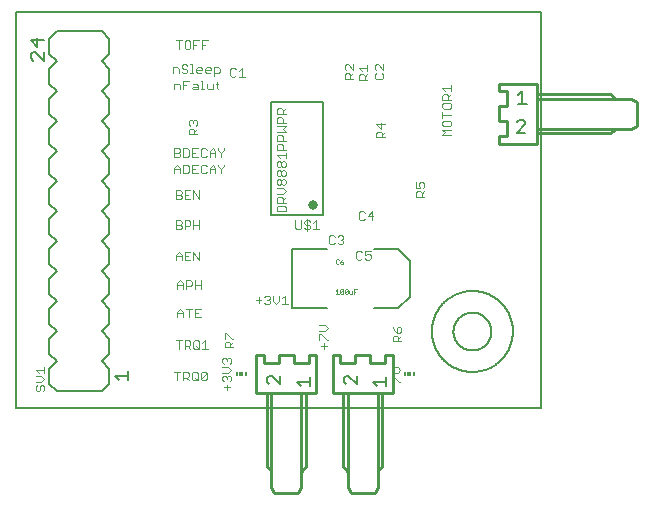
<source format=gto>
G75*
%MOIN*%
%OFA0B0*%
%FSLAX25Y25*%
%IPPOS*%
%LPD*%
%AMOC8*
5,1,8,0,0,1.08239X$1,22.5*
%
%ADD10C,0.00500*%
%ADD11C,0.00300*%
%ADD12C,0.03157*%
%ADD13C,0.00600*%
%ADD14C,0.01000*%
%ADD15C,0.00700*%
%ADD16C,0.00800*%
%ADD17C,0.00100*%
%ADD18R,0.00591X0.01181*%
%ADD19R,0.01181X0.01181*%
D10*
X0001250Y0030000D02*
X0001250Y0161850D01*
X0176100Y0161850D01*
X0176100Y0030000D01*
X0001250Y0030000D01*
X0033996Y0040751D02*
X0038500Y0040751D01*
X0038500Y0039250D02*
X0038500Y0042253D01*
X0035497Y0039250D02*
X0033996Y0040751D01*
X0010500Y0145750D02*
X0007497Y0148753D01*
X0006747Y0148753D01*
X0005996Y0148002D01*
X0005996Y0146501D01*
X0006747Y0145750D01*
X0010500Y0145750D02*
X0010500Y0148753D01*
X0008248Y0150354D02*
X0008248Y0153356D01*
X0005996Y0152606D02*
X0008248Y0150354D01*
X0010500Y0152606D02*
X0005996Y0152606D01*
D11*
X0053400Y0143585D02*
X0053400Y0141650D01*
X0055335Y0141650D02*
X0055335Y0143101D01*
X0054851Y0143585D01*
X0053400Y0143585D01*
X0056347Y0143585D02*
X0056830Y0143101D01*
X0057798Y0143101D01*
X0058281Y0142617D01*
X0058281Y0142134D01*
X0057798Y0141650D01*
X0056830Y0141650D01*
X0056347Y0142134D01*
X0056347Y0143585D02*
X0056347Y0144069D01*
X0056830Y0144552D01*
X0057798Y0144552D01*
X0058281Y0144069D01*
X0059293Y0144552D02*
X0059777Y0144552D01*
X0059777Y0141650D01*
X0059293Y0141650D02*
X0060261Y0141650D01*
X0061257Y0142134D02*
X0061257Y0143101D01*
X0061741Y0143585D01*
X0062709Y0143585D01*
X0063192Y0143101D01*
X0063192Y0142617D01*
X0061257Y0142617D01*
X0061257Y0142134D02*
X0061741Y0141650D01*
X0062709Y0141650D01*
X0064204Y0142134D02*
X0064204Y0143101D01*
X0064688Y0143585D01*
X0065655Y0143585D01*
X0066139Y0143101D01*
X0066139Y0142617D01*
X0064204Y0142617D01*
X0064204Y0142134D02*
X0064688Y0141650D01*
X0065655Y0141650D01*
X0067150Y0141650D02*
X0068602Y0141650D01*
X0069085Y0142134D01*
X0069085Y0143101D01*
X0068602Y0143585D01*
X0067150Y0143585D01*
X0067150Y0140683D01*
X0068134Y0138569D02*
X0068134Y0136634D01*
X0068618Y0136150D01*
X0068618Y0138085D02*
X0067650Y0138085D01*
X0066639Y0138085D02*
X0066639Y0136150D01*
X0065188Y0136150D01*
X0064704Y0136634D01*
X0064704Y0138085D01*
X0063223Y0139052D02*
X0062740Y0139052D01*
X0063223Y0139052D02*
X0063223Y0136150D01*
X0062740Y0136150D02*
X0063707Y0136150D01*
X0061728Y0136150D02*
X0061728Y0137601D01*
X0061244Y0138085D01*
X0060277Y0138085D01*
X0060277Y0137117D02*
X0061728Y0137117D01*
X0061728Y0136150D02*
X0060277Y0136150D01*
X0059793Y0136634D01*
X0060277Y0137117D01*
X0058781Y0139052D02*
X0056847Y0139052D01*
X0056847Y0136150D01*
X0055835Y0136150D02*
X0055835Y0137601D01*
X0055351Y0138085D01*
X0053900Y0138085D01*
X0053900Y0136150D01*
X0056847Y0137601D02*
X0057814Y0137601D01*
X0059181Y0126031D02*
X0059665Y0126031D01*
X0060149Y0125548D01*
X0060633Y0126031D01*
X0061116Y0126031D01*
X0061600Y0125548D01*
X0061600Y0124580D01*
X0061116Y0124097D01*
X0061600Y0123085D02*
X0060633Y0122117D01*
X0060633Y0122601D02*
X0060633Y0121150D01*
X0061600Y0121150D02*
X0058698Y0121150D01*
X0058698Y0122601D01*
X0059181Y0123085D01*
X0060149Y0123085D01*
X0060633Y0122601D01*
X0059181Y0124097D02*
X0058698Y0124580D01*
X0058698Y0125548D01*
X0059181Y0126031D01*
X0060149Y0125548D02*
X0060149Y0125064D01*
X0059793Y0116552D02*
X0059793Y0113650D01*
X0061728Y0113650D01*
X0062740Y0114134D02*
X0063223Y0113650D01*
X0064191Y0113650D01*
X0064675Y0114134D01*
X0065686Y0113650D02*
X0065686Y0115585D01*
X0066654Y0116552D01*
X0067621Y0115585D01*
X0067621Y0113650D01*
X0067621Y0115101D02*
X0065686Y0115101D01*
X0064675Y0116069D02*
X0064191Y0116552D01*
X0063223Y0116552D01*
X0062740Y0116069D01*
X0062740Y0114134D01*
X0060761Y0115101D02*
X0059793Y0115101D01*
X0058781Y0114134D02*
X0058298Y0113650D01*
X0056847Y0113650D01*
X0056847Y0116552D01*
X0058298Y0116552D01*
X0058781Y0116069D01*
X0058781Y0114134D01*
X0058298Y0111052D02*
X0056847Y0111052D01*
X0056847Y0108150D01*
X0058298Y0108150D01*
X0058781Y0108634D01*
X0058781Y0110569D01*
X0058298Y0111052D01*
X0059793Y0111052D02*
X0059793Y0108150D01*
X0061728Y0108150D01*
X0062740Y0108634D02*
X0063223Y0108150D01*
X0064191Y0108150D01*
X0064675Y0108634D01*
X0065686Y0108150D02*
X0065686Y0110085D01*
X0066654Y0111052D01*
X0067621Y0110085D01*
X0067621Y0108150D01*
X0067621Y0109601D02*
X0065686Y0109601D01*
X0064675Y0110569D02*
X0064191Y0111052D01*
X0063223Y0111052D01*
X0062740Y0110569D01*
X0062740Y0108634D01*
X0060761Y0109601D02*
X0059793Y0109601D01*
X0059793Y0111052D02*
X0061728Y0111052D01*
X0061728Y0116552D02*
X0059793Y0116552D01*
X0055835Y0116069D02*
X0055835Y0115585D01*
X0055351Y0115101D01*
X0053900Y0115101D01*
X0053900Y0113650D02*
X0055351Y0113650D01*
X0055835Y0114134D01*
X0055835Y0114617D01*
X0055351Y0115101D01*
X0055835Y0116069D02*
X0055351Y0116552D01*
X0053900Y0116552D01*
X0053900Y0113650D01*
X0054867Y0111052D02*
X0055835Y0110085D01*
X0055835Y0108150D01*
X0055835Y0109601D02*
X0053900Y0109601D01*
X0053900Y0110085D02*
X0054867Y0111052D01*
X0053900Y0110085D02*
X0053900Y0108150D01*
X0054400Y0102552D02*
X0055851Y0102552D01*
X0056335Y0102069D01*
X0056335Y0101585D01*
X0055851Y0101101D01*
X0054400Y0101101D01*
X0054400Y0099650D02*
X0055851Y0099650D01*
X0056335Y0100134D01*
X0056335Y0100617D01*
X0055851Y0101101D01*
X0057347Y0101101D02*
X0058314Y0101101D01*
X0057347Y0099650D02*
X0059281Y0099650D01*
X0060293Y0099650D02*
X0060293Y0102552D01*
X0062228Y0099650D01*
X0062228Y0102552D01*
X0059281Y0102552D02*
X0057347Y0102552D01*
X0057347Y0099650D01*
X0054400Y0099650D02*
X0054400Y0102552D01*
X0054400Y0092552D02*
X0055851Y0092552D01*
X0056335Y0092069D01*
X0056335Y0091585D01*
X0055851Y0091101D01*
X0054400Y0091101D01*
X0054400Y0089650D02*
X0055851Y0089650D01*
X0056335Y0090134D01*
X0056335Y0090617D01*
X0055851Y0091101D01*
X0057347Y0090617D02*
X0058798Y0090617D01*
X0059281Y0091101D01*
X0059281Y0092069D01*
X0058798Y0092552D01*
X0057347Y0092552D01*
X0057347Y0089650D01*
X0060293Y0089650D02*
X0060293Y0092552D01*
X0060293Y0091101D02*
X0062228Y0091101D01*
X0062228Y0092552D02*
X0062228Y0089650D01*
X0062228Y0082052D02*
X0062228Y0079150D01*
X0060293Y0082052D01*
X0060293Y0079150D01*
X0059281Y0079150D02*
X0057347Y0079150D01*
X0057347Y0082052D01*
X0059281Y0082052D01*
X0058314Y0080601D02*
X0057347Y0080601D01*
X0056335Y0080601D02*
X0054400Y0080601D01*
X0054400Y0081085D02*
X0055367Y0082052D01*
X0056335Y0081085D01*
X0056335Y0079150D01*
X0054400Y0079150D02*
X0054400Y0081085D01*
X0054400Y0089650D02*
X0054400Y0092552D01*
X0069600Y0108150D02*
X0069600Y0109601D01*
X0070568Y0110569D01*
X0070568Y0111052D01*
X0069600Y0109601D02*
X0068633Y0110569D01*
X0068633Y0111052D01*
X0069600Y0113650D02*
X0069600Y0115101D01*
X0070568Y0116069D01*
X0070568Y0116552D01*
X0069600Y0115101D02*
X0068633Y0116069D01*
X0068633Y0116552D01*
X0088141Y0116117D02*
X0088141Y0117569D01*
X0088625Y0118052D01*
X0089592Y0118052D01*
X0090076Y0117569D01*
X0090076Y0116117D01*
X0091043Y0116117D02*
X0088141Y0116117D01*
X0091043Y0115106D02*
X0091043Y0113171D01*
X0091043Y0114138D02*
X0088141Y0114138D01*
X0089108Y0113171D01*
X0089108Y0112159D02*
X0089592Y0111676D01*
X0089592Y0110708D01*
X0089108Y0110224D01*
X0088625Y0110224D01*
X0088141Y0110708D01*
X0088141Y0111676D01*
X0088625Y0112159D01*
X0089108Y0112159D01*
X0089592Y0111676D02*
X0090076Y0112159D01*
X0090560Y0112159D01*
X0091043Y0111676D01*
X0091043Y0110708D01*
X0090560Y0110224D01*
X0090076Y0110224D01*
X0089592Y0110708D01*
X0089108Y0109213D02*
X0089592Y0108729D01*
X0089592Y0107762D01*
X0089108Y0107278D01*
X0088625Y0107278D01*
X0088141Y0107762D01*
X0088141Y0108729D01*
X0088625Y0109213D01*
X0089108Y0109213D01*
X0089592Y0108729D02*
X0090076Y0109213D01*
X0090560Y0109213D01*
X0091043Y0108729D01*
X0091043Y0107762D01*
X0090560Y0107278D01*
X0090076Y0107278D01*
X0089592Y0107762D01*
X0089108Y0106266D02*
X0089592Y0105783D01*
X0089592Y0104815D01*
X0089108Y0104331D01*
X0088625Y0104331D01*
X0088141Y0104815D01*
X0088141Y0105783D01*
X0088625Y0106266D01*
X0089108Y0106266D01*
X0089592Y0105783D02*
X0090076Y0106266D01*
X0090560Y0106266D01*
X0091043Y0105783D01*
X0091043Y0104815D01*
X0090560Y0104331D01*
X0090076Y0104331D01*
X0089592Y0104815D01*
X0090076Y0103320D02*
X0088141Y0103320D01*
X0090076Y0103320D02*
X0091043Y0102352D01*
X0090076Y0101385D01*
X0088141Y0101385D01*
X0088625Y0100373D02*
X0089592Y0100373D01*
X0090076Y0099890D01*
X0090076Y0098438D01*
X0091043Y0098438D02*
X0088141Y0098438D01*
X0088141Y0099890D01*
X0088625Y0100373D01*
X0090076Y0099406D02*
X0091043Y0100373D01*
X0090560Y0097427D02*
X0088625Y0097427D01*
X0088141Y0096943D01*
X0088141Y0095492D01*
X0091043Y0095492D01*
X0091043Y0096943D01*
X0090560Y0097427D01*
X0094260Y0092496D02*
X0094260Y0090077D01*
X0094744Y0089593D01*
X0095712Y0089593D01*
X0096195Y0090077D01*
X0096195Y0092496D01*
X0097207Y0092012D02*
X0097691Y0092496D01*
X0098658Y0092496D01*
X0099142Y0092012D01*
X0098658Y0091045D02*
X0097691Y0091045D01*
X0097207Y0091528D01*
X0097207Y0092012D01*
X0098174Y0092980D02*
X0098174Y0089110D01*
X0097691Y0089593D02*
X0098658Y0089593D01*
X0099142Y0090077D01*
X0099142Y0090561D01*
X0098658Y0091045D01*
X0100153Y0091528D02*
X0101121Y0092496D01*
X0101121Y0089593D01*
X0102088Y0089593D02*
X0100153Y0089593D01*
X0097691Y0089593D02*
X0097207Y0090077D01*
X0105400Y0087069D02*
X0105400Y0085134D01*
X0105884Y0084650D01*
X0106851Y0084650D01*
X0107335Y0085134D01*
X0108347Y0085134D02*
X0108830Y0084650D01*
X0109798Y0084650D01*
X0110281Y0085134D01*
X0110281Y0085617D01*
X0109798Y0086101D01*
X0109314Y0086101D01*
X0109798Y0086101D02*
X0110281Y0086585D01*
X0110281Y0087069D01*
X0109798Y0087552D01*
X0108830Y0087552D01*
X0108347Y0087069D01*
X0107335Y0087069D02*
X0106851Y0087552D01*
X0105884Y0087552D01*
X0105400Y0087069D01*
X0114507Y0081869D02*
X0114507Y0079934D01*
X0114991Y0079450D01*
X0115958Y0079450D01*
X0116442Y0079934D01*
X0117453Y0079934D02*
X0117937Y0079450D01*
X0118905Y0079450D01*
X0119388Y0079934D01*
X0119388Y0080901D01*
X0118905Y0081385D01*
X0118421Y0081385D01*
X0117453Y0080901D01*
X0117453Y0082352D01*
X0119388Y0082352D01*
X0116442Y0081869D02*
X0115958Y0082352D01*
X0114991Y0082352D01*
X0114507Y0081869D01*
X0115884Y0092650D02*
X0116851Y0092650D01*
X0117335Y0093134D01*
X0118347Y0094101D02*
X0120281Y0094101D01*
X0119798Y0092650D02*
X0119798Y0095552D01*
X0118347Y0094101D01*
X0117335Y0095069D02*
X0116851Y0095552D01*
X0115884Y0095552D01*
X0115400Y0095069D01*
X0115400Y0093134D01*
X0115884Y0092650D01*
X0134398Y0100257D02*
X0134398Y0101708D01*
X0134881Y0102192D01*
X0135849Y0102192D01*
X0136333Y0101708D01*
X0136333Y0100257D01*
X0137300Y0100257D02*
X0134398Y0100257D01*
X0136333Y0101224D02*
X0137300Y0102192D01*
X0136816Y0103203D02*
X0137300Y0103687D01*
X0137300Y0104655D01*
X0136816Y0105138D01*
X0135849Y0105138D01*
X0135365Y0104655D01*
X0135365Y0104171D01*
X0135849Y0103203D01*
X0134398Y0103203D01*
X0134398Y0105138D01*
X0124100Y0120150D02*
X0121198Y0120150D01*
X0121198Y0121601D01*
X0121681Y0122085D01*
X0122649Y0122085D01*
X0123133Y0121601D01*
X0123133Y0120150D01*
X0123133Y0121117D02*
X0124100Y0122085D01*
X0122649Y0123097D02*
X0122649Y0125031D01*
X0124100Y0124548D02*
X0121198Y0124548D01*
X0122649Y0123097D01*
X0123116Y0139650D02*
X0121181Y0139650D01*
X0120698Y0140134D01*
X0120698Y0141101D01*
X0121181Y0141585D01*
X0121181Y0142597D02*
X0120698Y0143080D01*
X0120698Y0144048D01*
X0121181Y0144531D01*
X0121665Y0144531D01*
X0123600Y0142597D01*
X0123600Y0144531D01*
X0123116Y0141585D02*
X0123600Y0141101D01*
X0123600Y0140134D01*
X0123116Y0139650D01*
X0118300Y0139257D02*
X0115398Y0139257D01*
X0115398Y0140708D01*
X0115881Y0141192D01*
X0116849Y0141192D01*
X0117333Y0140708D01*
X0117333Y0139257D01*
X0117333Y0140224D02*
X0118300Y0141192D01*
X0118300Y0142203D02*
X0118300Y0144138D01*
X0118300Y0143171D02*
X0115398Y0143171D01*
X0116365Y0142203D01*
X0113600Y0142597D02*
X0113600Y0144531D01*
X0113600Y0142597D02*
X0111665Y0144531D01*
X0111181Y0144531D01*
X0110698Y0144048D01*
X0110698Y0143080D01*
X0111181Y0142597D01*
X0111181Y0141585D02*
X0110698Y0141101D01*
X0110698Y0139650D01*
X0113600Y0139650D01*
X0112633Y0139650D02*
X0112633Y0141101D01*
X0112149Y0141585D01*
X0111181Y0141585D01*
X0112633Y0140617D02*
X0113600Y0141585D01*
X0091043Y0129838D02*
X0090076Y0128871D01*
X0090076Y0129355D02*
X0090076Y0127903D01*
X0091043Y0127903D02*
X0088141Y0127903D01*
X0088141Y0129355D01*
X0088625Y0129838D01*
X0089592Y0129838D01*
X0090076Y0129355D01*
X0089592Y0126892D02*
X0090076Y0126408D01*
X0090076Y0124957D01*
X0091043Y0124957D02*
X0088141Y0124957D01*
X0088141Y0126408D01*
X0088625Y0126892D01*
X0089592Y0126892D01*
X0091043Y0123945D02*
X0088141Y0123945D01*
X0088141Y0122010D02*
X0091043Y0122010D01*
X0090076Y0122978D01*
X0091043Y0123945D01*
X0089592Y0120999D02*
X0090076Y0120515D01*
X0090076Y0119064D01*
X0091043Y0119064D02*
X0088141Y0119064D01*
X0088141Y0120515D01*
X0088625Y0120999D01*
X0089592Y0120999D01*
X0077388Y0140450D02*
X0075453Y0140450D01*
X0076421Y0140450D02*
X0076421Y0143352D01*
X0075453Y0142385D01*
X0074442Y0142869D02*
X0073958Y0143352D01*
X0072991Y0143352D01*
X0072507Y0142869D01*
X0072507Y0140934D01*
X0072991Y0140450D01*
X0073958Y0140450D01*
X0074442Y0140934D01*
X0063240Y0149650D02*
X0063240Y0152552D01*
X0065175Y0152552D01*
X0064207Y0151101D02*
X0063240Y0151101D01*
X0062228Y0152552D02*
X0060293Y0152552D01*
X0060293Y0149650D01*
X0059281Y0150134D02*
X0058798Y0149650D01*
X0057830Y0149650D01*
X0057347Y0150134D01*
X0057347Y0152069D01*
X0057830Y0152552D01*
X0058798Y0152552D01*
X0059281Y0152069D01*
X0059281Y0150134D01*
X0060293Y0151101D02*
X0061261Y0151101D01*
X0056335Y0152552D02*
X0054400Y0152552D01*
X0055367Y0152552D02*
X0055367Y0149650D01*
X0143292Y0136565D02*
X0146194Y0136565D01*
X0146194Y0135598D02*
X0146194Y0137533D01*
X0144259Y0135598D02*
X0143292Y0136565D01*
X0143775Y0134586D02*
X0144743Y0134586D01*
X0145227Y0134102D01*
X0145227Y0132651D01*
X0146194Y0132651D02*
X0143292Y0132651D01*
X0143292Y0134102D01*
X0143775Y0134586D01*
X0145227Y0133619D02*
X0146194Y0134586D01*
X0145710Y0131640D02*
X0143775Y0131640D01*
X0143292Y0131156D01*
X0143292Y0130188D01*
X0143775Y0129705D01*
X0145710Y0129705D01*
X0146194Y0130188D01*
X0146194Y0131156D01*
X0145710Y0131640D01*
X0143292Y0128693D02*
X0143292Y0126758D01*
X0143292Y0127726D02*
X0146194Y0127726D01*
X0145710Y0125746D02*
X0143775Y0125746D01*
X0143292Y0125263D01*
X0143292Y0124295D01*
X0143775Y0123812D01*
X0145710Y0123812D01*
X0146194Y0124295D01*
X0146194Y0125263D01*
X0145710Y0125746D01*
X0146194Y0122800D02*
X0143292Y0122800D01*
X0144259Y0121832D01*
X0143292Y0120865D01*
X0146194Y0120865D01*
X0090813Y0067447D02*
X0090813Y0064544D01*
X0091780Y0064544D02*
X0089845Y0064544D01*
X0088834Y0065512D02*
X0088834Y0067447D01*
X0089845Y0066479D02*
X0090813Y0067447D01*
X0088834Y0065512D02*
X0087866Y0064544D01*
X0086899Y0065512D01*
X0086899Y0067447D01*
X0085887Y0066963D02*
X0085887Y0066479D01*
X0085404Y0065995D01*
X0085887Y0065512D01*
X0085887Y0065028D01*
X0085404Y0064544D01*
X0084436Y0064544D01*
X0083952Y0065028D01*
X0084920Y0065995D02*
X0085404Y0065995D01*
X0085887Y0066963D02*
X0085404Y0067447D01*
X0084436Y0067447D01*
X0083952Y0066963D01*
X0082941Y0065995D02*
X0081006Y0065995D01*
X0081973Y0065028D02*
X0081973Y0066963D01*
X0071181Y0055031D02*
X0073116Y0053097D01*
X0073600Y0053097D01*
X0073600Y0052085D02*
X0072633Y0051117D01*
X0072633Y0051601D02*
X0072633Y0050150D01*
X0073600Y0050150D02*
X0070698Y0050150D01*
X0070698Y0051601D01*
X0071181Y0052085D01*
X0072149Y0052085D01*
X0072633Y0051601D01*
X0070698Y0053097D02*
X0070698Y0055031D01*
X0071181Y0055031D01*
X0064207Y0052552D02*
X0064207Y0049650D01*
X0063240Y0049650D02*
X0065175Y0049650D01*
X0063240Y0051585D02*
X0064207Y0052552D01*
X0062228Y0052069D02*
X0062228Y0050134D01*
X0061744Y0049650D01*
X0060777Y0049650D01*
X0060293Y0050134D01*
X0060293Y0052069D01*
X0060777Y0052552D01*
X0061744Y0052552D01*
X0062228Y0052069D01*
X0061261Y0050617D02*
X0062228Y0049650D01*
X0059281Y0049650D02*
X0058314Y0050617D01*
X0058798Y0050617D02*
X0057347Y0050617D01*
X0057347Y0049650D02*
X0057347Y0052552D01*
X0058798Y0052552D01*
X0059281Y0052069D01*
X0059281Y0051101D01*
X0058798Y0050617D01*
X0056335Y0052552D02*
X0054400Y0052552D01*
X0055367Y0052552D02*
X0055367Y0049650D01*
X0055835Y0042052D02*
X0053900Y0042052D01*
X0054867Y0042052D02*
X0054867Y0039150D01*
X0056847Y0039150D02*
X0056847Y0042052D01*
X0058298Y0042052D01*
X0058781Y0041569D01*
X0058781Y0040601D01*
X0058298Y0040117D01*
X0056847Y0040117D01*
X0057814Y0040117D02*
X0058781Y0039150D01*
X0059793Y0039634D02*
X0060277Y0039150D01*
X0061244Y0039150D01*
X0061728Y0039634D01*
X0061728Y0041569D01*
X0061244Y0042052D01*
X0060277Y0042052D01*
X0059793Y0041569D01*
X0059793Y0039634D01*
X0060761Y0040117D02*
X0061728Y0039150D01*
X0062740Y0039634D02*
X0064675Y0041569D01*
X0064675Y0039634D01*
X0064191Y0039150D01*
X0063223Y0039150D01*
X0062740Y0039634D01*
X0062740Y0041569D01*
X0063223Y0042052D01*
X0064191Y0042052D01*
X0064675Y0041569D01*
X0069898Y0041757D02*
X0071833Y0041757D01*
X0072800Y0042724D01*
X0071833Y0043692D01*
X0069898Y0043692D01*
X0070381Y0044703D02*
X0069898Y0045187D01*
X0069898Y0046155D01*
X0070381Y0046638D01*
X0070865Y0046638D01*
X0071349Y0046155D01*
X0071833Y0046638D01*
X0072316Y0046638D01*
X0072800Y0046155D01*
X0072800Y0045187D01*
X0072316Y0044703D01*
X0071349Y0045671D02*
X0071349Y0046155D01*
X0071833Y0040745D02*
X0072316Y0040745D01*
X0072800Y0040262D01*
X0072800Y0039294D01*
X0072316Y0038810D01*
X0071349Y0039778D02*
X0071349Y0040262D01*
X0071833Y0040745D01*
X0071349Y0040262D02*
X0070865Y0040745D01*
X0070381Y0040745D01*
X0069898Y0040262D01*
X0069898Y0039294D01*
X0070381Y0038810D01*
X0071349Y0037799D02*
X0071349Y0035864D01*
X0072316Y0036831D02*
X0070381Y0036831D01*
X0062728Y0060150D02*
X0060793Y0060150D01*
X0060793Y0063052D01*
X0062728Y0063052D01*
X0061761Y0061601D02*
X0060793Y0061601D01*
X0059781Y0063052D02*
X0057847Y0063052D01*
X0058814Y0063052D02*
X0058814Y0060150D01*
X0056835Y0060150D02*
X0056835Y0062085D01*
X0055867Y0063052D01*
X0054900Y0062085D01*
X0054900Y0060150D01*
X0054900Y0061601D02*
X0056835Y0061601D01*
X0056835Y0069650D02*
X0056835Y0071585D01*
X0055867Y0072552D01*
X0054900Y0071585D01*
X0054900Y0069650D01*
X0054900Y0071101D02*
X0056835Y0071101D01*
X0057847Y0070617D02*
X0059298Y0070617D01*
X0059781Y0071101D01*
X0059781Y0072069D01*
X0059298Y0072552D01*
X0057847Y0072552D01*
X0057847Y0069650D01*
X0060793Y0069650D02*
X0060793Y0072552D01*
X0060793Y0071101D02*
X0062728Y0071101D01*
X0062728Y0072552D02*
X0062728Y0069650D01*
X0102292Y0057533D02*
X0104227Y0057533D01*
X0105194Y0056565D01*
X0104227Y0055598D01*
X0102292Y0055598D01*
X0102292Y0054586D02*
X0102775Y0054586D01*
X0104710Y0052651D01*
X0105194Y0052651D01*
X0103743Y0051640D02*
X0103743Y0049705D01*
X0104710Y0050672D02*
X0102775Y0050672D01*
X0102292Y0052651D02*
X0102292Y0054586D01*
X0126698Y0053601D02*
X0126698Y0052150D01*
X0129600Y0052150D01*
X0128633Y0052150D02*
X0128633Y0053601D01*
X0128149Y0054085D01*
X0127181Y0054085D01*
X0126698Y0053601D01*
X0128633Y0053117D02*
X0129600Y0054085D01*
X0129116Y0055097D02*
X0129600Y0055580D01*
X0129600Y0056548D01*
X0129116Y0057031D01*
X0128633Y0057031D01*
X0128149Y0056548D01*
X0128149Y0055097D01*
X0129116Y0055097D01*
X0128149Y0055097D02*
X0127181Y0056064D01*
X0126698Y0057031D01*
X0126398Y0043638D02*
X0128333Y0043638D01*
X0129300Y0042671D01*
X0128333Y0041703D01*
X0126398Y0041703D01*
X0126398Y0040692D02*
X0126881Y0040692D01*
X0128816Y0038757D01*
X0129300Y0038757D01*
X0126398Y0038757D02*
X0126398Y0040692D01*
X0010600Y0041543D02*
X0010600Y0043478D01*
X0010600Y0042511D02*
X0007698Y0042511D01*
X0008665Y0041543D01*
X0007698Y0040531D02*
X0009633Y0040531D01*
X0010600Y0039564D01*
X0009633Y0038597D01*
X0007698Y0038597D01*
X0008181Y0037585D02*
X0007698Y0037101D01*
X0007698Y0036134D01*
X0008181Y0035650D01*
X0008665Y0035650D01*
X0009149Y0036134D01*
X0009149Y0037101D01*
X0009633Y0037585D01*
X0010116Y0037585D01*
X0010600Y0037101D01*
X0010600Y0036134D01*
X0010116Y0035650D01*
D12*
X0100042Y0097545D03*
D13*
X0103344Y0094143D02*
X0086156Y0094143D01*
X0086156Y0131857D01*
X0103344Y0131857D01*
X0103344Y0094143D01*
X0139750Y0055500D02*
X0139754Y0055831D01*
X0139766Y0056162D01*
X0139787Y0056493D01*
X0139815Y0056823D01*
X0139852Y0057153D01*
X0139896Y0057481D01*
X0139949Y0057808D01*
X0140009Y0058134D01*
X0140078Y0058458D01*
X0140155Y0058780D01*
X0140239Y0059101D01*
X0140331Y0059419D01*
X0140431Y0059735D01*
X0140539Y0060048D01*
X0140655Y0060359D01*
X0140778Y0060666D01*
X0140908Y0060971D01*
X0141046Y0061272D01*
X0141191Y0061570D01*
X0141344Y0061864D01*
X0141504Y0062154D01*
X0141671Y0062440D01*
X0141844Y0062722D01*
X0142025Y0063000D01*
X0142213Y0063273D01*
X0142407Y0063542D01*
X0142607Y0063806D01*
X0142814Y0064064D01*
X0143028Y0064318D01*
X0143247Y0064566D01*
X0143473Y0064809D01*
X0143704Y0065046D01*
X0143941Y0065277D01*
X0144184Y0065503D01*
X0144432Y0065722D01*
X0144686Y0065936D01*
X0144944Y0066143D01*
X0145208Y0066343D01*
X0145477Y0066537D01*
X0145750Y0066725D01*
X0146028Y0066906D01*
X0146310Y0067079D01*
X0146596Y0067246D01*
X0146886Y0067406D01*
X0147180Y0067559D01*
X0147478Y0067704D01*
X0147779Y0067842D01*
X0148084Y0067972D01*
X0148391Y0068095D01*
X0148702Y0068211D01*
X0149015Y0068319D01*
X0149331Y0068419D01*
X0149649Y0068511D01*
X0149970Y0068595D01*
X0150292Y0068672D01*
X0150616Y0068741D01*
X0150942Y0068801D01*
X0151269Y0068854D01*
X0151597Y0068898D01*
X0151927Y0068935D01*
X0152257Y0068963D01*
X0152588Y0068984D01*
X0152919Y0068996D01*
X0153250Y0069000D01*
X0153581Y0068996D01*
X0153912Y0068984D01*
X0154243Y0068963D01*
X0154573Y0068935D01*
X0154903Y0068898D01*
X0155231Y0068854D01*
X0155558Y0068801D01*
X0155884Y0068741D01*
X0156208Y0068672D01*
X0156530Y0068595D01*
X0156851Y0068511D01*
X0157169Y0068419D01*
X0157485Y0068319D01*
X0157798Y0068211D01*
X0158109Y0068095D01*
X0158416Y0067972D01*
X0158721Y0067842D01*
X0159022Y0067704D01*
X0159320Y0067559D01*
X0159614Y0067406D01*
X0159904Y0067246D01*
X0160190Y0067079D01*
X0160472Y0066906D01*
X0160750Y0066725D01*
X0161023Y0066537D01*
X0161292Y0066343D01*
X0161556Y0066143D01*
X0161814Y0065936D01*
X0162068Y0065722D01*
X0162316Y0065503D01*
X0162559Y0065277D01*
X0162796Y0065046D01*
X0163027Y0064809D01*
X0163253Y0064566D01*
X0163472Y0064318D01*
X0163686Y0064064D01*
X0163893Y0063806D01*
X0164093Y0063542D01*
X0164287Y0063273D01*
X0164475Y0063000D01*
X0164656Y0062722D01*
X0164829Y0062440D01*
X0164996Y0062154D01*
X0165156Y0061864D01*
X0165309Y0061570D01*
X0165454Y0061272D01*
X0165592Y0060971D01*
X0165722Y0060666D01*
X0165845Y0060359D01*
X0165961Y0060048D01*
X0166069Y0059735D01*
X0166169Y0059419D01*
X0166261Y0059101D01*
X0166345Y0058780D01*
X0166422Y0058458D01*
X0166491Y0058134D01*
X0166551Y0057808D01*
X0166604Y0057481D01*
X0166648Y0057153D01*
X0166685Y0056823D01*
X0166713Y0056493D01*
X0166734Y0056162D01*
X0166746Y0055831D01*
X0166750Y0055500D01*
X0166746Y0055169D01*
X0166734Y0054838D01*
X0166713Y0054507D01*
X0166685Y0054177D01*
X0166648Y0053847D01*
X0166604Y0053519D01*
X0166551Y0053192D01*
X0166491Y0052866D01*
X0166422Y0052542D01*
X0166345Y0052220D01*
X0166261Y0051899D01*
X0166169Y0051581D01*
X0166069Y0051265D01*
X0165961Y0050952D01*
X0165845Y0050641D01*
X0165722Y0050334D01*
X0165592Y0050029D01*
X0165454Y0049728D01*
X0165309Y0049430D01*
X0165156Y0049136D01*
X0164996Y0048846D01*
X0164829Y0048560D01*
X0164656Y0048278D01*
X0164475Y0048000D01*
X0164287Y0047727D01*
X0164093Y0047458D01*
X0163893Y0047194D01*
X0163686Y0046936D01*
X0163472Y0046682D01*
X0163253Y0046434D01*
X0163027Y0046191D01*
X0162796Y0045954D01*
X0162559Y0045723D01*
X0162316Y0045497D01*
X0162068Y0045278D01*
X0161814Y0045064D01*
X0161556Y0044857D01*
X0161292Y0044657D01*
X0161023Y0044463D01*
X0160750Y0044275D01*
X0160472Y0044094D01*
X0160190Y0043921D01*
X0159904Y0043754D01*
X0159614Y0043594D01*
X0159320Y0043441D01*
X0159022Y0043296D01*
X0158721Y0043158D01*
X0158416Y0043028D01*
X0158109Y0042905D01*
X0157798Y0042789D01*
X0157485Y0042681D01*
X0157169Y0042581D01*
X0156851Y0042489D01*
X0156530Y0042405D01*
X0156208Y0042328D01*
X0155884Y0042259D01*
X0155558Y0042199D01*
X0155231Y0042146D01*
X0154903Y0042102D01*
X0154573Y0042065D01*
X0154243Y0042037D01*
X0153912Y0042016D01*
X0153581Y0042004D01*
X0153250Y0042000D01*
X0152919Y0042004D01*
X0152588Y0042016D01*
X0152257Y0042037D01*
X0151927Y0042065D01*
X0151597Y0042102D01*
X0151269Y0042146D01*
X0150942Y0042199D01*
X0150616Y0042259D01*
X0150292Y0042328D01*
X0149970Y0042405D01*
X0149649Y0042489D01*
X0149331Y0042581D01*
X0149015Y0042681D01*
X0148702Y0042789D01*
X0148391Y0042905D01*
X0148084Y0043028D01*
X0147779Y0043158D01*
X0147478Y0043296D01*
X0147180Y0043441D01*
X0146886Y0043594D01*
X0146596Y0043754D01*
X0146310Y0043921D01*
X0146028Y0044094D01*
X0145750Y0044275D01*
X0145477Y0044463D01*
X0145208Y0044657D01*
X0144944Y0044857D01*
X0144686Y0045064D01*
X0144432Y0045278D01*
X0144184Y0045497D01*
X0143941Y0045723D01*
X0143704Y0045954D01*
X0143473Y0046191D01*
X0143247Y0046434D01*
X0143028Y0046682D01*
X0142814Y0046936D01*
X0142607Y0047194D01*
X0142407Y0047458D01*
X0142213Y0047727D01*
X0142025Y0048000D01*
X0141844Y0048278D01*
X0141671Y0048560D01*
X0141504Y0048846D01*
X0141344Y0049136D01*
X0141191Y0049430D01*
X0141046Y0049728D01*
X0140908Y0050029D01*
X0140778Y0050334D01*
X0140655Y0050641D01*
X0140539Y0050952D01*
X0140431Y0051265D01*
X0140331Y0051581D01*
X0140239Y0051899D01*
X0140155Y0052220D01*
X0140078Y0052542D01*
X0140009Y0052866D01*
X0139949Y0053192D01*
X0139896Y0053519D01*
X0139852Y0053847D01*
X0139815Y0054177D01*
X0139787Y0054507D01*
X0139766Y0054838D01*
X0139754Y0055169D01*
X0139750Y0055500D01*
X0032250Y0053000D02*
X0032250Y0048000D01*
X0029750Y0045500D01*
X0032250Y0043000D01*
X0032250Y0038000D01*
X0029750Y0035500D01*
X0014750Y0035500D01*
X0012250Y0038000D01*
X0012250Y0043000D01*
X0014750Y0045500D01*
X0012250Y0048000D01*
X0012250Y0053000D01*
X0014750Y0055500D01*
X0012250Y0058000D01*
X0012250Y0063000D01*
X0014750Y0065500D01*
X0012250Y0068000D01*
X0012250Y0073000D01*
X0014750Y0075500D01*
X0012250Y0078000D01*
X0012250Y0083000D01*
X0014750Y0085500D01*
X0012250Y0088000D01*
X0012250Y0093000D01*
X0014750Y0095500D01*
X0012250Y0098000D01*
X0012250Y0103000D01*
X0014750Y0105500D01*
X0012250Y0108000D01*
X0012250Y0113000D01*
X0014750Y0115500D01*
X0012250Y0118000D01*
X0012250Y0123000D01*
X0014750Y0125500D01*
X0012250Y0128000D01*
X0012250Y0133000D01*
X0014750Y0135500D01*
X0012250Y0138000D01*
X0012250Y0143000D01*
X0014750Y0145500D01*
X0012250Y0148000D01*
X0012250Y0153000D01*
X0014750Y0155500D01*
X0029750Y0155500D01*
X0032250Y0153000D01*
X0032250Y0148000D01*
X0029750Y0145500D01*
X0032250Y0143000D01*
X0032250Y0138000D01*
X0029750Y0135500D01*
X0032250Y0133000D01*
X0032250Y0128000D01*
X0029750Y0125500D01*
X0032250Y0123000D01*
X0032250Y0118000D01*
X0029750Y0115500D01*
X0032250Y0113000D01*
X0032250Y0108000D01*
X0029750Y0105500D01*
X0032250Y0103000D01*
X0032250Y0098000D01*
X0029750Y0095500D01*
X0032250Y0093000D01*
X0032250Y0088000D01*
X0029750Y0085500D01*
X0032250Y0083000D01*
X0032250Y0078000D01*
X0029750Y0075500D01*
X0032250Y0073000D01*
X0032250Y0068000D01*
X0029750Y0065500D01*
X0032250Y0063000D01*
X0032250Y0058000D01*
X0029750Y0055500D01*
X0032250Y0053000D01*
D14*
X0081250Y0047500D02*
X0081250Y0035000D01*
X0084750Y0035000D01*
X0084750Y0010500D01*
X0086050Y0009100D01*
X0086250Y0003500D02*
X0087250Y0001500D01*
X0095250Y0001500D01*
X0096250Y0003500D01*
X0096250Y0035000D01*
X0097750Y0035000D01*
X0097750Y0010500D01*
X0096450Y0009100D01*
X0086250Y0003500D02*
X0086250Y0035000D01*
X0096250Y0035000D01*
X0097750Y0035000D02*
X0101250Y0035000D01*
X0101250Y0047500D01*
X0098750Y0047500D01*
X0098750Y0045000D01*
X0093750Y0045000D01*
X0093750Y0047500D01*
X0088750Y0047500D01*
X0088750Y0045000D01*
X0083750Y0045000D01*
X0083750Y0047500D01*
X0081250Y0047500D01*
X0084750Y0035000D02*
X0086250Y0035000D01*
X0106750Y0035000D02*
X0110250Y0035000D01*
X0110250Y0010500D01*
X0111550Y0009100D01*
X0111750Y0003500D02*
X0112750Y0001500D01*
X0120750Y0001500D01*
X0121750Y0003500D01*
X0121750Y0035000D01*
X0123250Y0035000D01*
X0123250Y0010500D01*
X0121950Y0009100D01*
X0111750Y0003500D02*
X0111750Y0035000D01*
X0121750Y0035000D01*
X0123250Y0035000D02*
X0126750Y0035000D01*
X0126750Y0047500D01*
X0124250Y0047500D01*
X0124250Y0045000D01*
X0119250Y0045000D01*
X0119250Y0047500D01*
X0114250Y0047500D01*
X0114250Y0045000D01*
X0109250Y0045000D01*
X0109250Y0047500D01*
X0106750Y0047500D01*
X0106750Y0035000D01*
X0110250Y0035000D02*
X0111750Y0035000D01*
X0162250Y0118000D02*
X0174750Y0118000D01*
X0174750Y0121500D01*
X0199250Y0121500D01*
X0200650Y0122800D01*
X0206250Y0123000D02*
X0208250Y0124000D01*
X0208250Y0132000D01*
X0206250Y0133000D01*
X0174750Y0133000D01*
X0174750Y0134500D01*
X0199250Y0134500D01*
X0200650Y0133200D01*
X0206250Y0123000D02*
X0174750Y0123000D01*
X0174750Y0133000D01*
X0174750Y0134500D02*
X0174750Y0138000D01*
X0162250Y0138000D01*
X0162250Y0135500D01*
X0164750Y0135500D01*
X0164750Y0130500D01*
X0162250Y0130500D01*
X0162250Y0125500D01*
X0164750Y0125500D01*
X0164750Y0120500D01*
X0162250Y0120500D01*
X0162250Y0118000D01*
X0174750Y0121500D02*
X0174750Y0123000D01*
D15*
X0170863Y0121644D02*
X0167994Y0121644D01*
X0170863Y0124513D01*
X0170863Y0125230D01*
X0170146Y0125948D01*
X0168711Y0125948D01*
X0167994Y0125230D01*
X0168494Y0131444D02*
X0171363Y0131444D01*
X0169929Y0131444D02*
X0169929Y0135748D01*
X0168494Y0134313D01*
X0124494Y0040221D02*
X0124494Y0037352D01*
X0124494Y0038787D02*
X0120190Y0038787D01*
X0121625Y0037352D01*
X0114694Y0037852D02*
X0111825Y0040721D01*
X0111108Y0040721D01*
X0110390Y0040004D01*
X0110390Y0038569D01*
X0111108Y0037852D01*
X0114694Y0037852D02*
X0114694Y0040721D01*
X0098994Y0040221D02*
X0098994Y0037352D01*
X0098994Y0038787D02*
X0094690Y0038787D01*
X0096125Y0037352D01*
X0089194Y0037852D02*
X0086325Y0040721D01*
X0085608Y0040721D01*
X0084890Y0040004D01*
X0084890Y0038569D01*
X0085608Y0037852D01*
X0089194Y0037852D02*
X0089194Y0040721D01*
D16*
X0093065Y0063157D02*
X0104876Y0063157D01*
X0093065Y0063157D02*
X0093065Y0082843D01*
X0104876Y0082843D01*
X0120624Y0082843D02*
X0128498Y0082843D01*
X0132435Y0078906D01*
X0132435Y0067094D01*
X0128498Y0063157D01*
X0120624Y0063157D01*
X0146951Y0055500D02*
X0146953Y0055658D01*
X0146959Y0055816D01*
X0146969Y0055974D01*
X0146983Y0056132D01*
X0147001Y0056289D01*
X0147022Y0056446D01*
X0147048Y0056602D01*
X0147078Y0056758D01*
X0147111Y0056913D01*
X0147149Y0057066D01*
X0147190Y0057219D01*
X0147235Y0057371D01*
X0147284Y0057522D01*
X0147337Y0057671D01*
X0147393Y0057819D01*
X0147453Y0057965D01*
X0147517Y0058110D01*
X0147585Y0058253D01*
X0147656Y0058395D01*
X0147730Y0058535D01*
X0147808Y0058672D01*
X0147890Y0058808D01*
X0147974Y0058942D01*
X0148063Y0059073D01*
X0148154Y0059202D01*
X0148249Y0059329D01*
X0148346Y0059454D01*
X0148447Y0059576D01*
X0148551Y0059695D01*
X0148658Y0059812D01*
X0148768Y0059926D01*
X0148881Y0060037D01*
X0148996Y0060146D01*
X0149114Y0060251D01*
X0149235Y0060353D01*
X0149358Y0060453D01*
X0149484Y0060549D01*
X0149612Y0060642D01*
X0149742Y0060732D01*
X0149875Y0060818D01*
X0150010Y0060902D01*
X0150146Y0060981D01*
X0150285Y0061058D01*
X0150426Y0061130D01*
X0150568Y0061200D01*
X0150712Y0061265D01*
X0150858Y0061327D01*
X0151005Y0061385D01*
X0151154Y0061440D01*
X0151304Y0061491D01*
X0151455Y0061538D01*
X0151607Y0061581D01*
X0151760Y0061620D01*
X0151915Y0061656D01*
X0152070Y0061687D01*
X0152226Y0061715D01*
X0152382Y0061739D01*
X0152539Y0061759D01*
X0152697Y0061775D01*
X0152854Y0061787D01*
X0153013Y0061795D01*
X0153171Y0061799D01*
X0153329Y0061799D01*
X0153487Y0061795D01*
X0153646Y0061787D01*
X0153803Y0061775D01*
X0153961Y0061759D01*
X0154118Y0061739D01*
X0154274Y0061715D01*
X0154430Y0061687D01*
X0154585Y0061656D01*
X0154740Y0061620D01*
X0154893Y0061581D01*
X0155045Y0061538D01*
X0155196Y0061491D01*
X0155346Y0061440D01*
X0155495Y0061385D01*
X0155642Y0061327D01*
X0155788Y0061265D01*
X0155932Y0061200D01*
X0156074Y0061130D01*
X0156215Y0061058D01*
X0156354Y0060981D01*
X0156490Y0060902D01*
X0156625Y0060818D01*
X0156758Y0060732D01*
X0156888Y0060642D01*
X0157016Y0060549D01*
X0157142Y0060453D01*
X0157265Y0060353D01*
X0157386Y0060251D01*
X0157504Y0060146D01*
X0157619Y0060037D01*
X0157732Y0059926D01*
X0157842Y0059812D01*
X0157949Y0059695D01*
X0158053Y0059576D01*
X0158154Y0059454D01*
X0158251Y0059329D01*
X0158346Y0059202D01*
X0158437Y0059073D01*
X0158526Y0058942D01*
X0158610Y0058808D01*
X0158692Y0058672D01*
X0158770Y0058535D01*
X0158844Y0058395D01*
X0158915Y0058253D01*
X0158983Y0058110D01*
X0159047Y0057965D01*
X0159107Y0057819D01*
X0159163Y0057671D01*
X0159216Y0057522D01*
X0159265Y0057371D01*
X0159310Y0057219D01*
X0159351Y0057066D01*
X0159389Y0056913D01*
X0159422Y0056758D01*
X0159452Y0056602D01*
X0159478Y0056446D01*
X0159499Y0056289D01*
X0159517Y0056132D01*
X0159531Y0055974D01*
X0159541Y0055816D01*
X0159547Y0055658D01*
X0159549Y0055500D01*
X0159547Y0055342D01*
X0159541Y0055184D01*
X0159531Y0055026D01*
X0159517Y0054868D01*
X0159499Y0054711D01*
X0159478Y0054554D01*
X0159452Y0054398D01*
X0159422Y0054242D01*
X0159389Y0054087D01*
X0159351Y0053934D01*
X0159310Y0053781D01*
X0159265Y0053629D01*
X0159216Y0053478D01*
X0159163Y0053329D01*
X0159107Y0053181D01*
X0159047Y0053035D01*
X0158983Y0052890D01*
X0158915Y0052747D01*
X0158844Y0052605D01*
X0158770Y0052465D01*
X0158692Y0052328D01*
X0158610Y0052192D01*
X0158526Y0052058D01*
X0158437Y0051927D01*
X0158346Y0051798D01*
X0158251Y0051671D01*
X0158154Y0051546D01*
X0158053Y0051424D01*
X0157949Y0051305D01*
X0157842Y0051188D01*
X0157732Y0051074D01*
X0157619Y0050963D01*
X0157504Y0050854D01*
X0157386Y0050749D01*
X0157265Y0050647D01*
X0157142Y0050547D01*
X0157016Y0050451D01*
X0156888Y0050358D01*
X0156758Y0050268D01*
X0156625Y0050182D01*
X0156490Y0050098D01*
X0156354Y0050019D01*
X0156215Y0049942D01*
X0156074Y0049870D01*
X0155932Y0049800D01*
X0155788Y0049735D01*
X0155642Y0049673D01*
X0155495Y0049615D01*
X0155346Y0049560D01*
X0155196Y0049509D01*
X0155045Y0049462D01*
X0154893Y0049419D01*
X0154740Y0049380D01*
X0154585Y0049344D01*
X0154430Y0049313D01*
X0154274Y0049285D01*
X0154118Y0049261D01*
X0153961Y0049241D01*
X0153803Y0049225D01*
X0153646Y0049213D01*
X0153487Y0049205D01*
X0153329Y0049201D01*
X0153171Y0049201D01*
X0153013Y0049205D01*
X0152854Y0049213D01*
X0152697Y0049225D01*
X0152539Y0049241D01*
X0152382Y0049261D01*
X0152226Y0049285D01*
X0152070Y0049313D01*
X0151915Y0049344D01*
X0151760Y0049380D01*
X0151607Y0049419D01*
X0151455Y0049462D01*
X0151304Y0049509D01*
X0151154Y0049560D01*
X0151005Y0049615D01*
X0150858Y0049673D01*
X0150712Y0049735D01*
X0150568Y0049800D01*
X0150426Y0049870D01*
X0150285Y0049942D01*
X0150146Y0050019D01*
X0150010Y0050098D01*
X0149875Y0050182D01*
X0149742Y0050268D01*
X0149612Y0050358D01*
X0149484Y0050451D01*
X0149358Y0050547D01*
X0149235Y0050647D01*
X0149114Y0050749D01*
X0148996Y0050854D01*
X0148881Y0050963D01*
X0148768Y0051074D01*
X0148658Y0051188D01*
X0148551Y0051305D01*
X0148447Y0051424D01*
X0148346Y0051546D01*
X0148249Y0051671D01*
X0148154Y0051798D01*
X0148063Y0051927D01*
X0147974Y0052058D01*
X0147890Y0052192D01*
X0147808Y0052328D01*
X0147730Y0052465D01*
X0147656Y0052605D01*
X0147585Y0052747D01*
X0147517Y0052890D01*
X0147453Y0053035D01*
X0147393Y0053181D01*
X0147337Y0053329D01*
X0147284Y0053478D01*
X0147235Y0053629D01*
X0147190Y0053781D01*
X0147149Y0053934D01*
X0147111Y0054087D01*
X0147078Y0054242D01*
X0147048Y0054398D01*
X0147022Y0054554D01*
X0147001Y0054711D01*
X0146983Y0054868D01*
X0146969Y0055026D01*
X0146959Y0055184D01*
X0146953Y0055342D01*
X0146951Y0055500D01*
D17*
X0114694Y0069551D02*
X0113693Y0069551D01*
X0113693Y0068050D01*
X0113221Y0068050D02*
X0113221Y0069051D01*
X0113693Y0068801D02*
X0114193Y0068801D01*
X0113221Y0068050D02*
X0112470Y0068050D01*
X0112220Y0068300D01*
X0112220Y0069051D01*
X0111747Y0069301D02*
X0110747Y0068300D01*
X0110997Y0068050D01*
X0111497Y0068050D01*
X0111747Y0068300D01*
X0111747Y0069301D01*
X0111497Y0069551D01*
X0110997Y0069551D01*
X0110747Y0069301D01*
X0110747Y0068300D01*
X0110274Y0068300D02*
X0110024Y0068050D01*
X0109523Y0068050D01*
X0109273Y0068300D01*
X0110274Y0069301D01*
X0110274Y0068300D01*
X0109273Y0068300D02*
X0109273Y0069301D01*
X0109523Y0069551D01*
X0110024Y0069551D01*
X0110274Y0069301D01*
X0108801Y0068050D02*
X0107800Y0068050D01*
X0108300Y0068050D02*
X0108300Y0069551D01*
X0107800Y0069051D01*
X0108050Y0078050D02*
X0108551Y0078050D01*
X0108801Y0078300D01*
X0109273Y0078300D02*
X0109523Y0078050D01*
X0110024Y0078050D01*
X0110274Y0078300D01*
X0110274Y0078550D01*
X0110024Y0078801D01*
X0109273Y0078801D01*
X0109273Y0078300D01*
X0109273Y0078801D02*
X0109774Y0079301D01*
X0110274Y0079551D01*
X0108801Y0079301D02*
X0108551Y0079551D01*
X0108050Y0079551D01*
X0107800Y0079301D01*
X0107800Y0078300D01*
X0108050Y0078050D01*
D18*
X0130774Y0041409D03*
X0133726Y0041409D03*
X0077726Y0041409D03*
X0074774Y0041409D03*
D19*
X0076250Y0041409D03*
X0132250Y0041409D03*
M02*

</source>
